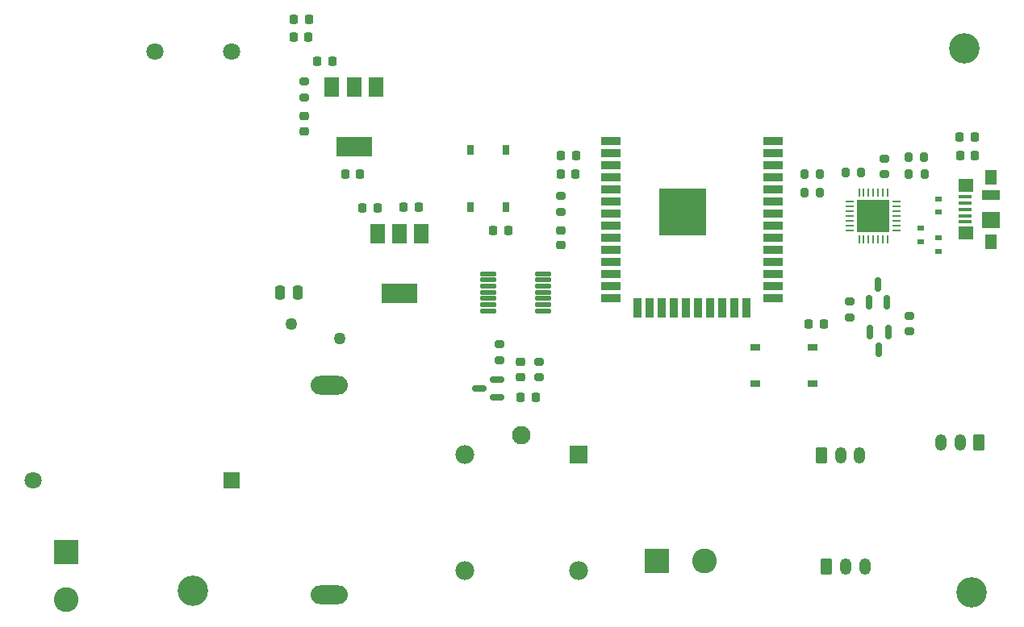
<source format=gbr>
%TF.GenerationSoftware,KiCad,Pcbnew,(6.0.0)*%
%TF.CreationDate,2022-03-31T09:21:52+03:00*%
%TF.ProjectId,FirePrevention,46697265-5072-4657-9665-6e74696f6e2e,rev?*%
%TF.SameCoordinates,Original*%
%TF.FileFunction,Soldermask,Top*%
%TF.FilePolarity,Negative*%
%FSLAX46Y46*%
G04 Gerber Fmt 4.6, Leading zero omitted, Abs format (unit mm)*
G04 Created by KiCad (PCBNEW (6.0.0)) date 2022-03-31 09:21:52*
%MOMM*%
%LPD*%
G01*
G04 APERTURE LIST*
G04 Aperture macros list*
%AMRoundRect*
0 Rectangle with rounded corners*
0 $1 Rounding radius*
0 $2 $3 $4 $5 $6 $7 $8 $9 X,Y pos of 4 corners*
0 Add a 4 corners polygon primitive as box body*
4,1,4,$2,$3,$4,$5,$6,$7,$8,$9,$2,$3,0*
0 Add four circle primitives for the rounded corners*
1,1,$1+$1,$2,$3*
1,1,$1+$1,$4,$5*
1,1,$1+$1,$6,$7*
1,1,$1+$1,$8,$9*
0 Add four rect primitives between the rounded corners*
20,1,$1+$1,$2,$3,$4,$5,0*
20,1,$1+$1,$4,$5,$6,$7,0*
20,1,$1+$1,$6,$7,$8,$9,0*
20,1,$1+$1,$8,$9,$2,$3,0*%
G04 Aperture macros list end*
%ADD10R,1.800000X1.800000*%
%ADD11C,1.800000*%
%ADD12R,2.000000X0.900000*%
%ADD13R,0.900000X2.000000*%
%ADD14R,5.000000X5.000000*%
%ADD15RoundRect,0.225000X0.225000X0.250000X-0.225000X0.250000X-0.225000X-0.250000X0.225000X-0.250000X0*%
%ADD16RoundRect,0.218750X0.256250X-0.218750X0.256250X0.218750X-0.256250X0.218750X-0.256250X-0.218750X0*%
%ADD17RoundRect,0.200000X-0.200000X-0.275000X0.200000X-0.275000X0.200000X0.275000X-0.200000X0.275000X0*%
%ADD18RoundRect,0.062500X0.337500X0.062500X-0.337500X0.062500X-0.337500X-0.062500X0.337500X-0.062500X0*%
%ADD19RoundRect,0.062500X0.062500X0.337500X-0.062500X0.337500X-0.062500X-0.337500X0.062500X-0.337500X0*%
%ADD20R,3.350000X3.350000*%
%ADD21RoundRect,0.225000X-0.225000X-0.250000X0.225000X-0.250000X0.225000X0.250000X-0.225000X0.250000X0*%
%ADD22R,0.750000X1.000000*%
%ADD23C,1.270000*%
%ADD24RoundRect,0.200000X0.200000X0.275000X-0.200000X0.275000X-0.200000X-0.275000X0.200000X-0.275000X0*%
%ADD25R,1.380000X0.450000*%
%ADD26R,1.300000X1.650000*%
%ADD27R,1.550000X1.425000*%
%ADD28R,1.900000X1.000000*%
%ADD29R,1.900000X1.800000*%
%ADD30R,0.700000X0.600000*%
%ADD31O,3.900000X1.950000*%
%ADD32RoundRect,0.150000X0.587500X0.150000X-0.587500X0.150000X-0.587500X-0.150000X0.587500X-0.150000X0*%
%ADD33RoundRect,0.200000X0.275000X-0.200000X0.275000X0.200000X-0.275000X0.200000X-0.275000X-0.200000X0*%
%ADD34RoundRect,0.200000X-0.275000X0.200000X-0.275000X-0.200000X0.275000X-0.200000X0.275000X0.200000X0*%
%ADD35C,3.200000*%
%ADD36RoundRect,0.250000X-0.350000X-0.625000X0.350000X-0.625000X0.350000X0.625000X-0.350000X0.625000X0*%
%ADD37O,1.200000X1.750000*%
%ADD38RoundRect,0.150000X0.150000X-0.587500X0.150000X0.587500X-0.150000X0.587500X-0.150000X-0.587500X0*%
%ADD39R,1.500000X2.000000*%
%ADD40R,3.800000X2.000000*%
%ADD41R,1.980000X1.980000*%
%ADD42C,1.980000*%
%ADD43C,1.935000*%
%ADD44RoundRect,0.150000X-0.150000X0.587500X-0.150000X-0.587500X0.150000X-0.587500X0.150000X0.587500X0*%
%ADD45RoundRect,0.250000X0.350000X0.625000X-0.350000X0.625000X-0.350000X-0.625000X0.350000X-0.625000X0*%
%ADD46RoundRect,0.225000X-0.250000X0.225000X-0.250000X-0.225000X0.250000X-0.225000X0.250000X0.225000X0*%
%ADD47R,1.000000X0.750000*%
%ADD48R,2.600000X2.600000*%
%ADD49C,2.600000*%
%ADD50RoundRect,0.218750X0.218750X0.256250X-0.218750X0.256250X-0.218750X-0.256250X0.218750X-0.256250X0*%
%ADD51RoundRect,0.020500X0.764500X0.184500X-0.764500X0.184500X-0.764500X-0.184500X0.764500X-0.184500X0*%
%ADD52RoundRect,0.250000X0.250000X0.475000X-0.250000X0.475000X-0.250000X-0.475000X0.250000X-0.475000X0*%
G04 APERTURE END LIST*
D10*
%TO.C,PS1*%
X116630000Y-116920000D03*
D11*
X95830000Y-116920000D03*
X108630000Y-71920000D03*
X116630000Y-71920000D03*
%TD*%
D12*
%TO.C,U4*%
X156500000Y-81295000D03*
X156500000Y-82565000D03*
X156500000Y-83835000D03*
X156500000Y-85105000D03*
X156500000Y-86375000D03*
X156500000Y-87645000D03*
X156500000Y-88915000D03*
X156500000Y-90185000D03*
X156500000Y-91455000D03*
X156500000Y-92725000D03*
X156500000Y-93995000D03*
X156500000Y-95265000D03*
X156500000Y-96535000D03*
X156500000Y-97805000D03*
D13*
X159285000Y-98805000D03*
X160555000Y-98805000D03*
X161825000Y-98805000D03*
X163095000Y-98805000D03*
X164365000Y-98805000D03*
X165635000Y-98805000D03*
X166905000Y-98805000D03*
X168175000Y-98805000D03*
X169445000Y-98805000D03*
X170715000Y-98805000D03*
D12*
X173500000Y-97805000D03*
X173500000Y-96535000D03*
X173500000Y-95265000D03*
X173500000Y-93995000D03*
X173500000Y-92725000D03*
X173500000Y-91455000D03*
X173500000Y-90185000D03*
X173500000Y-88915000D03*
X173500000Y-87645000D03*
X173500000Y-86375000D03*
X173500000Y-85105000D03*
X173500000Y-83835000D03*
X173500000Y-82565000D03*
X173500000Y-81295000D03*
D14*
X164000000Y-88795000D03*
%TD*%
D15*
%TO.C,C6*%
X194625000Y-80860000D03*
X193075000Y-80860000D03*
%TD*%
D16*
%TO.C,D1*%
X124250000Y-80297500D03*
X124250000Y-78722500D03*
%TD*%
D17*
%TO.C,R4*%
X176775000Y-84800000D03*
X178425000Y-84800000D03*
%TD*%
D18*
%TO.C,U3*%
X186450000Y-90700000D03*
X186450000Y-90200000D03*
X186450000Y-89700000D03*
X186450000Y-89200000D03*
X186450000Y-88700000D03*
X186450000Y-88200000D03*
X186450000Y-87700000D03*
D19*
X185500000Y-86750000D03*
X185000000Y-86750000D03*
X184500000Y-86750000D03*
X184000000Y-86750000D03*
X183500000Y-86750000D03*
X183000000Y-86750000D03*
X182500000Y-86750000D03*
D18*
X181550000Y-87700000D03*
X181550000Y-88200000D03*
X181550000Y-88700000D03*
X181550000Y-89200000D03*
X181550000Y-89700000D03*
X181550000Y-90200000D03*
X181550000Y-90700000D03*
D19*
X182500000Y-91650000D03*
X183000000Y-91650000D03*
X183500000Y-91650000D03*
X184000000Y-91650000D03*
X184500000Y-91650000D03*
X185000000Y-91650000D03*
X185500000Y-91650000D03*
D20*
X184000000Y-89200000D03*
%TD*%
D21*
%TO.C,C5*%
X123225000Y-68500000D03*
X124775000Y-68500000D03*
%TD*%
D22*
%TO.C,S1*%
X141725000Y-88262500D03*
X141725000Y-82262500D03*
X145475000Y-88262500D03*
X145475000Y-82262500D03*
%TD*%
D23*
%TO.C,RV1*%
X128050000Y-102100000D03*
X122950000Y-100500000D03*
%TD*%
D15*
%TO.C,C1*%
X127225000Y-72910000D03*
X125675000Y-72910000D03*
%TD*%
D24*
%TO.C,R9*%
X182725000Y-84600000D03*
X181075000Y-84600000D03*
%TD*%
D16*
%TO.C,D5*%
X146990000Y-106125000D03*
X146990000Y-104550000D03*
%TD*%
D25*
%TO.C,J2*%
X193640000Y-89800000D03*
X193640000Y-89150000D03*
X193640000Y-88500000D03*
X193640000Y-87850000D03*
X193640000Y-87200000D03*
D26*
X196300000Y-91875000D03*
D27*
X193725000Y-86012500D03*
D26*
X196300000Y-85125000D03*
D27*
X193725000Y-90987500D03*
D28*
X196300000Y-86950000D03*
D29*
X196300000Y-89650000D03*
%TD*%
D15*
%TO.C,C3*%
X130125000Y-84810000D03*
X128575000Y-84810000D03*
%TD*%
D30*
%TO.C,D2*%
X190800000Y-91500000D03*
X190800000Y-92900000D03*
%TD*%
D31*
%TO.C,F1*%
X126906750Y-129000000D03*
X126906750Y-107000000D03*
%TD*%
D15*
%TO.C,C14*%
X152800000Y-82815000D03*
X151250000Y-82815000D03*
%TD*%
%TO.C,C4*%
X131975000Y-88350000D03*
X130425000Y-88350000D03*
%TD*%
D32*
%TO.C,Q3*%
X144527500Y-108262500D03*
X144527500Y-106362500D03*
X142652500Y-107312500D03*
%TD*%
D33*
%TO.C,R8*%
X185200000Y-84825000D03*
X185200000Y-83175000D03*
%TD*%
D34*
%TO.C,R10*%
X151200000Y-87075000D03*
X151200000Y-88725000D03*
%TD*%
D15*
%TO.C,C13*%
X152775000Y-84800000D03*
X151225000Y-84800000D03*
%TD*%
D35*
%TO.C,REF\u002A\u002A*%
X193570000Y-71620000D03*
%TD*%
D30*
%TO.C,D3*%
X190800000Y-88800000D03*
X190800000Y-87400000D03*
%TD*%
D36*
%TO.C,J4*%
X179110000Y-126020000D03*
D37*
X181110000Y-126020000D03*
X183110000Y-126020000D03*
%TD*%
D38*
%TO.C,Q2*%
X183550000Y-98237500D03*
X185450000Y-98237500D03*
X184500000Y-96362500D03*
%TD*%
D15*
%TO.C,C7*%
X194650000Y-82860000D03*
X193100000Y-82860000D03*
%TD*%
D39*
%TO.C,U2*%
X136600000Y-91050000D03*
D40*
X134300000Y-97350000D03*
D39*
X134300000Y-91050000D03*
X132000000Y-91050000D03*
%TD*%
D41*
%TO.C,K1*%
X153100000Y-114212500D03*
D42*
X141100000Y-114212500D03*
D43*
X147100000Y-112212500D03*
D42*
X153100000Y-126412500D03*
X141100000Y-126412500D03*
%TD*%
D33*
%TO.C,R2*%
X187800000Y-101325000D03*
X187800000Y-99675000D03*
%TD*%
D36*
%TO.C,J3*%
X178560000Y-114300000D03*
D37*
X180560000Y-114300000D03*
X182560000Y-114300000D03*
%TD*%
D44*
%TO.C,Q1*%
X185550000Y-101362500D03*
X183650000Y-101362500D03*
X184600000Y-103237500D03*
%TD*%
D34*
%TO.C,R3*%
X181500000Y-98175000D03*
X181500000Y-99825000D03*
%TD*%
D45*
%TO.C,J6*%
X195100000Y-113000000D03*
D37*
X193100000Y-113000000D03*
X191100000Y-113000000D03*
%TD*%
D21*
%TO.C,C9*%
X134725000Y-88300000D03*
X136275000Y-88300000D03*
%TD*%
D46*
%TO.C,C11*%
X151200000Y-90725000D03*
X151200000Y-92275000D03*
%TD*%
D21*
%TO.C,C8*%
X123200000Y-70400000D03*
X124750000Y-70400000D03*
%TD*%
D35*
%TO.C,REF\u002A\u002A*%
X112630000Y-128550000D03*
%TD*%
%TO.C,REF\u002A\u002A*%
X194300000Y-128770000D03*
%TD*%
D33*
%TO.C,R12*%
X144790000Y-104337500D03*
X144790000Y-102687500D03*
%TD*%
%TO.C,R11*%
X148890000Y-106137500D03*
X148890000Y-104487500D03*
%TD*%
D47*
%TO.C,S2*%
X177600000Y-106775000D03*
X171600000Y-106775000D03*
X177600000Y-103025000D03*
X171600000Y-103025000D03*
%TD*%
D48*
%TO.C,J1*%
X99295000Y-124500000D03*
D49*
X99295000Y-129500000D03*
%TD*%
D50*
%TO.C,D6*%
X148577500Y-108212500D03*
X147002500Y-108212500D03*
%TD*%
D51*
%TO.C,U5*%
X149370000Y-99150000D03*
X149370000Y-98500000D03*
X149370000Y-97850000D03*
X149370000Y-97200000D03*
X149370000Y-96550000D03*
X149370000Y-95900000D03*
X149370000Y-95250000D03*
X143630000Y-95250000D03*
X143630000Y-95900000D03*
X143630000Y-96550000D03*
X143630000Y-97200000D03*
X143630000Y-97850000D03*
X143630000Y-98500000D03*
X143630000Y-99150000D03*
%TD*%
D39*
%TO.C,U1*%
X131800000Y-75650000D03*
X129500000Y-75650000D03*
D40*
X129500000Y-81950000D03*
D39*
X127200000Y-75650000D03*
%TD*%
D30*
%TO.C,D4*%
X189000000Y-90500000D03*
X189000000Y-91900000D03*
%TD*%
D24*
%TO.C,R6*%
X189350000Y-83000000D03*
X187700000Y-83000000D03*
%TD*%
D48*
%TO.C,J5*%
X161300000Y-125405000D03*
D49*
X166300000Y-125405000D03*
%TD*%
D21*
%TO.C,C12*%
X144125000Y-90700000D03*
X145675000Y-90700000D03*
%TD*%
D24*
%TO.C,R7*%
X189375000Y-84800000D03*
X187725000Y-84800000D03*
%TD*%
D52*
%TO.C,C2*%
X123650000Y-97200000D03*
X121750000Y-97200000D03*
%TD*%
D15*
%TO.C,C10*%
X178775000Y-100500000D03*
X177225000Y-100500000D03*
%TD*%
D34*
%TO.C,R1*%
X124250000Y-75085000D03*
X124250000Y-76735000D03*
%TD*%
D17*
%TO.C,R5*%
X176775000Y-86700000D03*
X178425000Y-86700000D03*
%TD*%
M02*

</source>
